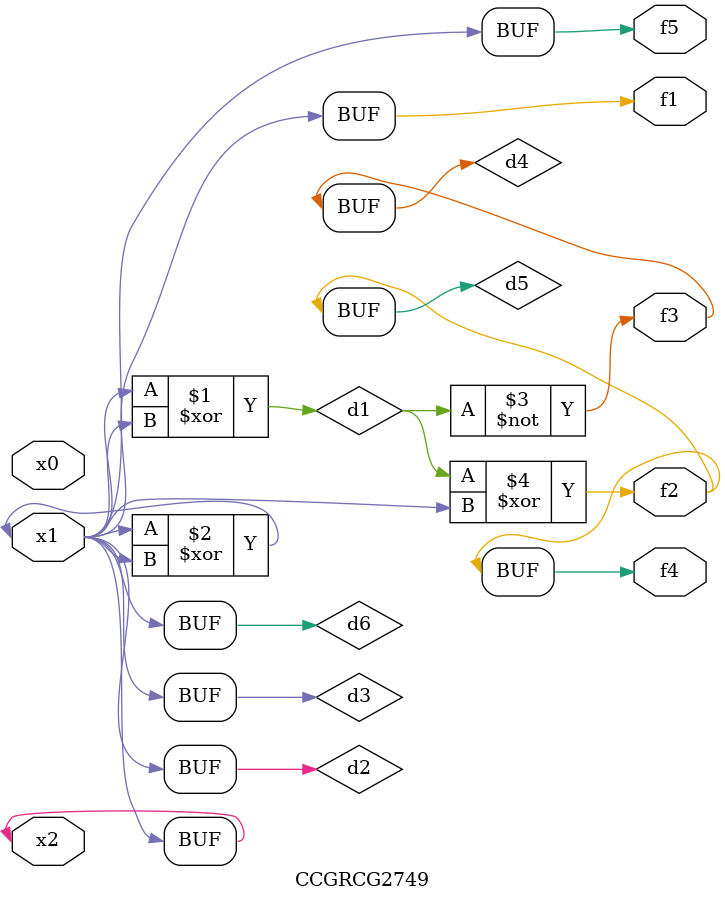
<source format=v>
module CCGRCG2749(
	input x0, x1, x2,
	output f1, f2, f3, f4, f5
);

	wire d1, d2, d3, d4, d5, d6;

	xor (d1, x1, x2);
	buf (d2, x1, x2);
	xor (d3, x1, x2);
	nor (d4, d1);
	xor (d5, d1, d2);
	buf (d6, d2, d3);
	assign f1 = d6;
	assign f2 = d5;
	assign f3 = d4;
	assign f4 = d5;
	assign f5 = d6;
endmodule

</source>
